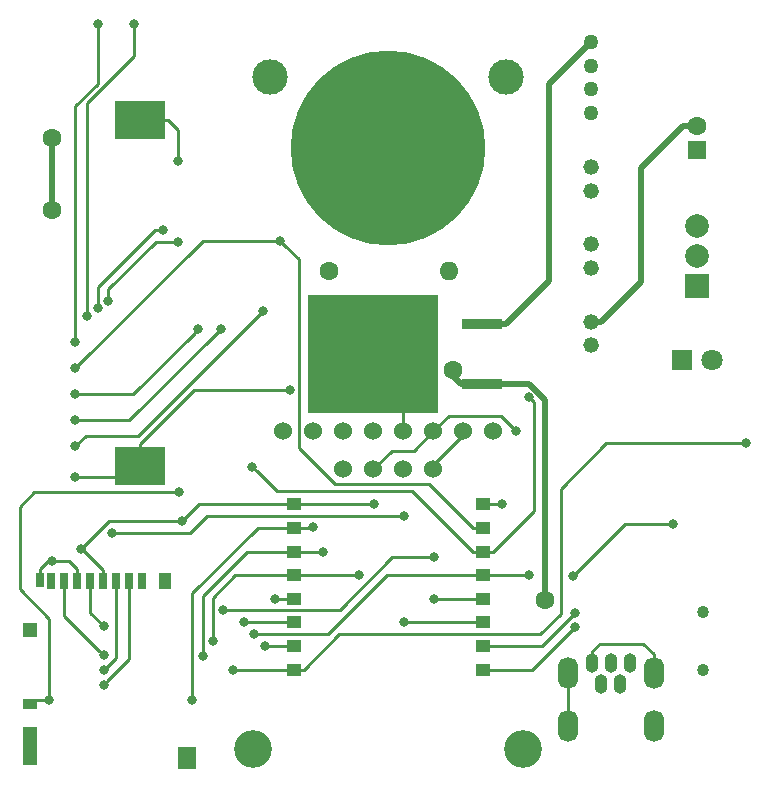
<source format=gbr>
G04 #@! TF.GenerationSoftware,KiCad,Pcbnew,(5.1.5)-3*
G04 #@! TF.CreationDate,2022-04-23T22:50:00-04:00*
G04 #@! TF.ProjectId,SailCam_MK5,5361696c-4361-46d5-9f4d-4b352e6b6963,rev?*
G04 #@! TF.SameCoordinates,Original*
G04 #@! TF.FileFunction,Copper,L2,Bot*
G04 #@! TF.FilePolarity,Positive*
%FSLAX46Y46*%
G04 Gerber Fmt 4.6, Leading zero omitted, Abs format (unit mm)*
G04 Created by KiCad (PCBNEW (5.1.5)-3) date 2022-04-23 22:50:00*
%MOMM*%
%LPD*%
G04 APERTURE LIST*
%ADD10R,4.200000X3.200000*%
%ADD11C,3.200000*%
%ADD12C,1.524000*%
%ADD13O,1.600000X1.600000*%
%ADD14C,1.600000*%
%ADD15C,1.270000*%
%ADD16C,1.320800*%
%ADD17O,1.700000X2.700000*%
%ADD18O,1.100000X1.650000*%
%ADD19R,3.505200X0.939800*%
%ADD20R,11.125200X10.033000*%
%ADD21C,3.000000*%
%ADD22C,16.500000*%
%ADD23R,1.200000X1.000000*%
%ADD24C,2.000000*%
%ADD25R,2.000000X2.000000*%
%ADD26C,1.800000*%
%ADD27R,1.800000X1.800000*%
%ADD28R,1.600000X1.600000*%
%ADD29C,1.030000*%
%ADD30R,1.498600X1.905000*%
%ADD31R,1.193800X3.200400*%
%ADD32R,1.193800X1.193800*%
%ADD33R,0.990600X1.397000*%
%ADD34R,0.711200X1.193800*%
%ADD35R,1.193800X0.812800*%
%ADD36R,0.711200X1.397000*%
%ADD37C,0.800000*%
%ADD38C,0.250000*%
%ADD39C,0.500000*%
G04 APERTURE END LIST*
D10*
X111340000Y-102460000D03*
X111340000Y-73160000D03*
D11*
X143770000Y-126410000D03*
X120910000Y-126410000D03*
D12*
X136150000Y-102710000D03*
X133610000Y-102710000D03*
X131070000Y-102710000D03*
X128530000Y-102710000D03*
D13*
X137500000Y-85960000D03*
D14*
X127340000Y-85960000D03*
D15*
X149490000Y-72559998D03*
X149490000Y-70560000D03*
X149490000Y-68559999D03*
X149490000Y-66560000D03*
D16*
X149490000Y-85710001D03*
X149490000Y-83709999D03*
X149490000Y-92260001D03*
X149490000Y-90259999D03*
X149490000Y-79160001D03*
X149490000Y-77159999D03*
D17*
X147540000Y-120010000D03*
X154840000Y-120010000D03*
X147540000Y-124510000D03*
X154840000Y-124510000D03*
D18*
X150390000Y-120935000D03*
X151990000Y-120935000D03*
X149590000Y-119185000D03*
X152790000Y-119185000D03*
X151190000Y-119185000D03*
D19*
X140311000Y-95500000D03*
D20*
X131040000Y-92960000D03*
D19*
X140311000Y-90420000D03*
D12*
X141230000Y-99510000D03*
X138690000Y-99510000D03*
X136150000Y-99510000D03*
X133610000Y-99510000D03*
X131070000Y-99510000D03*
X128530000Y-99510000D03*
X125990000Y-99510000D03*
X123450000Y-99510000D03*
D21*
X122350000Y-69510000D03*
X142330000Y-69510000D03*
D22*
X132340000Y-75510000D03*
D23*
X140340000Y-119710000D03*
X140340000Y-117710000D03*
X140340000Y-115710000D03*
X140340000Y-113710000D03*
X140340000Y-111710000D03*
X140340000Y-109710000D03*
X140340000Y-107710000D03*
X140340000Y-105710000D03*
X124340000Y-105710000D03*
X124340000Y-107710000D03*
X124340000Y-109710000D03*
X124340000Y-111710000D03*
X124340000Y-113710000D03*
X124340000Y-115710000D03*
X124340000Y-117710000D03*
X124340000Y-119710000D03*
D24*
X158440000Y-82170000D03*
X158440000Y-84710000D03*
D25*
X158440000Y-87250000D03*
D26*
X159780000Y-93510000D03*
D27*
X157240000Y-93510000D03*
D14*
X158440000Y-73710000D03*
D28*
X158440000Y-75710000D03*
D29*
X158990000Y-114820000D03*
X158990000Y-119700000D03*
D30*
X115305044Y-127188722D03*
D31*
X102005000Y-126188600D03*
D32*
X102005000Y-116388599D03*
D33*
X113405000Y-112188600D03*
D34*
X102855000Y-112088600D03*
D35*
X102004999Y-122588599D03*
D36*
X103805001Y-112188600D03*
X104905001Y-112188600D03*
X106004999Y-112188600D03*
X107104999Y-112188600D03*
X108205000Y-112188600D03*
X109305000Y-112188600D03*
X110405000Y-112188600D03*
X111505001Y-112188600D03*
D37*
X141990000Y-105710000D03*
X123990006Y-96060000D03*
X103840000Y-110510000D03*
X105840000Y-103360000D03*
D14*
X103890000Y-80810000D03*
X103890000Y-74710000D03*
D37*
X114540000Y-76610000D03*
X131090000Y-105660000D03*
X143190000Y-99510000D03*
X106340000Y-109460002D03*
X114890000Y-107110000D03*
X147940000Y-111810000D03*
X156440000Y-107410000D03*
X162590000Y-100560000D03*
X119190000Y-119710004D03*
X133640000Y-115660000D03*
X114541000Y-83509000D03*
X108940000Y-108160000D03*
X133640000Y-106710000D03*
X108640000Y-88460000D03*
X136190000Y-113710000D03*
X113271000Y-82479000D03*
X136190000Y-110210000D03*
X118339998Y-114660000D03*
X107740000Y-89110000D03*
X117490000Y-117260000D03*
X129840000Y-111710000D03*
X122790000Y-113710000D03*
X114640000Y-104710000D03*
X103640000Y-122310000D03*
X108240000Y-118510000D03*
X108239990Y-119760000D03*
X108240000Y-120984990D03*
X148140000Y-116110000D03*
X148140000Y-114910000D03*
X120840000Y-102510000D03*
X144238952Y-96661048D03*
X120990000Y-116710000D03*
X144240000Y-111710000D03*
X120139996Y-115710000D03*
X105840000Y-96410000D03*
X121890000Y-117710000D03*
X116261010Y-90859990D03*
X105840000Y-98610000D03*
X118140002Y-90860000D03*
X105840000Y-100810000D03*
X121740000Y-89360000D03*
X107740000Y-65010000D03*
X105840000Y-92010000D03*
X110790000Y-65010000D03*
X106790000Y-89760000D03*
X105840000Y-94210000D03*
X123190006Y-83410000D03*
X108240000Y-116010001D03*
X116640000Y-118555333D03*
X126840000Y-109709998D03*
X125990000Y-107660000D03*
X115740000Y-122310000D03*
D14*
X137790000Y-94310000D03*
X145640000Y-113810000D03*
D38*
X147540000Y-121610000D02*
X147540000Y-124510000D01*
X147540000Y-120010000D02*
X147540000Y-121610000D01*
X147540000Y-120010000D02*
X147540000Y-124510000D01*
X140340000Y-105710000D02*
X141990000Y-105710000D01*
X133610000Y-95530000D02*
X131040000Y-92960000D01*
X133610000Y-99510000D02*
X133610000Y-95530000D01*
X110440000Y-103360000D02*
X105840000Y-103360000D01*
X111340000Y-102460000D02*
X110440000Y-103360000D01*
D39*
X157308630Y-73710000D02*
X158440000Y-73710000D01*
X150390001Y-90259999D02*
X153740000Y-86910000D01*
X149490000Y-90259999D02*
X150390001Y-90259999D01*
X153740000Y-86910000D02*
X153740000Y-77278630D01*
X153740000Y-77278630D02*
X157308630Y-73710000D01*
D38*
X111340000Y-100610000D02*
X111340000Y-102460000D01*
X115890000Y-96060000D02*
X111340000Y-100610000D01*
X123990006Y-96060000D02*
X115890000Y-96060000D01*
D39*
X103890000Y-80810000D02*
X103890000Y-74710000D01*
D38*
X103540000Y-110510000D02*
X103840000Y-110510000D01*
X102855000Y-112088600D02*
X102855000Y-111195000D01*
X102855000Y-111195000D02*
X103540000Y-110510000D01*
X105340000Y-110510000D02*
X103840000Y-110510000D01*
X106004999Y-112188600D02*
X106004999Y-111174999D01*
X106004999Y-111174999D02*
X105340000Y-110510000D01*
X154840000Y-118410000D02*
X154840000Y-120010000D01*
X149590000Y-119460000D02*
X149590000Y-118160000D01*
X153940000Y-117510000D02*
X154840000Y-118410000D01*
X150240000Y-117510000D02*
X153940000Y-117510000D01*
X149590000Y-118160000D02*
X150240000Y-117510000D01*
X113690000Y-73160000D02*
X114540000Y-74010000D01*
X114540000Y-74010000D02*
X114540000Y-76610000D01*
X111340000Y-73160000D02*
X113690000Y-73160000D01*
D39*
X145940000Y-86793600D02*
X142313600Y-90420000D01*
X149490000Y-66560000D02*
X145940000Y-70110000D01*
X142313600Y-90420000D02*
X140311000Y-90420000D01*
X145940000Y-70110000D02*
X145940000Y-86793600D01*
D38*
X134500000Y-101160000D02*
X136150000Y-99510000D01*
X131070000Y-102710000D02*
X132620000Y-101160000D01*
X132620000Y-101160000D02*
X134500000Y-101160000D01*
X124390000Y-105660000D02*
X124340000Y-105710000D01*
X131090000Y-105660000D02*
X124390000Y-105660000D01*
X141890000Y-98210000D02*
X143190000Y-99510000D01*
X136150000Y-99510000D02*
X137450000Y-98210000D01*
X137450000Y-98210000D02*
X141890000Y-98210000D01*
X116290000Y-105710000D02*
X124340000Y-105710000D01*
X114890000Y-107110000D02*
X116290000Y-105710000D01*
X106739999Y-109060003D02*
X106340000Y-109460002D01*
X108205000Y-112188600D02*
X108205000Y-111240100D01*
X108690002Y-107110000D02*
X106739999Y-109060003D01*
X114890000Y-107110000D02*
X108690002Y-107110000D01*
X106424902Y-109460002D02*
X106340000Y-109460002D01*
X108205000Y-111240100D02*
X106424902Y-109460002D01*
X147940000Y-111810000D02*
X152340000Y-107410000D01*
X152340000Y-107410000D02*
X156440000Y-107410000D01*
X124340000Y-119710000D02*
X119190004Y-119710000D01*
X119190004Y-119710000D02*
X119190000Y-119710004D01*
X125190000Y-119710000D02*
X128190000Y-116710000D01*
X146940000Y-104410000D02*
X150790000Y-100560000D01*
X128190000Y-116710000D02*
X145190000Y-116710000D01*
X150790000Y-100560000D02*
X162590000Y-100560000D01*
X124340000Y-119710000D02*
X125190000Y-119710000D01*
X145190000Y-116710000D02*
X146940000Y-114960000D01*
X146940000Y-114960000D02*
X146940000Y-104410000D01*
X140340000Y-115710000D02*
X133690000Y-115710000D01*
X133690000Y-115710000D02*
X133640000Y-115660000D01*
X116990000Y-106710000D02*
X133074315Y-106710000D01*
X108940000Y-108160000D02*
X115540000Y-108160000D01*
X115540000Y-108160000D02*
X116990000Y-106710000D01*
X133074315Y-106710000D02*
X133640000Y-106710000D01*
X108640000Y-87510000D02*
X108640000Y-88460000D01*
X114541000Y-83509000D02*
X112641000Y-83509000D01*
X112641000Y-83509000D02*
X108640000Y-87510000D01*
X138690000Y-99860000D02*
X138690000Y-99510000D01*
X136150000Y-102710000D02*
X136150000Y-102400000D01*
X136150000Y-102400000D02*
X138690000Y-99860000D01*
X140340000Y-113710000D02*
X136190000Y-113710000D01*
X132690000Y-110210000D02*
X128240000Y-114660000D01*
X128240000Y-114660000D02*
X118905683Y-114660000D01*
X118905683Y-114660000D02*
X118339998Y-114660000D01*
X136190000Y-110210000D02*
X132690000Y-110210000D01*
X112547996Y-82479000D02*
X107740000Y-87286996D01*
X113271000Y-82479000D02*
X112547996Y-82479000D01*
X107740000Y-88544315D02*
X107740000Y-89110000D01*
X107740000Y-87286996D02*
X107740000Y-88544315D01*
X119390000Y-111710000D02*
X117490000Y-113610000D01*
X117490000Y-113610000D02*
X117490000Y-116694315D01*
X124340000Y-111710000D02*
X119390000Y-111710000D01*
X117490000Y-116694315D02*
X117490000Y-117260000D01*
X124340000Y-111710000D02*
X129840000Y-111710000D01*
X124340000Y-113710000D02*
X122790000Y-113710000D01*
X114640000Y-104710000D02*
X102340000Y-104710000D01*
X101140000Y-105910000D02*
X101140000Y-112910000D01*
X101140000Y-112910000D02*
X103640000Y-115410000D01*
X103640000Y-121744315D02*
X103640000Y-122310000D01*
X102340000Y-104710000D02*
X101140000Y-105910000D01*
X103640000Y-115410000D02*
X103640000Y-121744315D01*
X102283598Y-122310000D02*
X103640000Y-122310000D01*
X102004999Y-122588599D02*
X102283598Y-122310000D01*
X104905001Y-115175001D02*
X107840001Y-118110001D01*
X104905001Y-112188600D02*
X104905001Y-115175001D01*
X107840001Y-118110001D02*
X108240000Y-118510000D01*
X108639989Y-119360001D02*
X108239990Y-119760000D01*
X109305000Y-118694990D02*
X108639989Y-119360001D01*
X109305000Y-112188600D02*
X109305000Y-118694990D01*
X110405000Y-118819990D02*
X108639999Y-120584991D01*
X110405000Y-112188600D02*
X110405000Y-118819990D01*
X108639999Y-120584991D02*
X108240000Y-120984990D01*
X144540000Y-119710000D02*
X140340000Y-119710000D01*
X148140000Y-116110000D02*
X144540000Y-119710000D01*
X145340000Y-117710000D02*
X140340000Y-117710000D01*
X148140000Y-114910000D02*
X145340000Y-117710000D01*
X134340000Y-104560000D02*
X122890000Y-104560000D01*
X140340000Y-109710000D02*
X139490000Y-109710000D01*
X121239999Y-102909999D02*
X120840000Y-102510000D01*
X139490000Y-109710000D02*
X134340000Y-104560000D01*
X122890000Y-104560000D02*
X121239999Y-102909999D01*
X144638951Y-97061047D02*
X144238952Y-96661048D01*
X140340000Y-109710000D02*
X141190000Y-109710000D01*
X144638951Y-106261049D02*
X144638951Y-97061047D01*
X141190000Y-109710000D02*
X144638951Y-106261049D01*
X132240000Y-111710000D02*
X127240000Y-116710000D01*
X140340000Y-111710000D02*
X132240000Y-111710000D01*
X127240000Y-116710000D02*
X121555685Y-116710000D01*
X121555685Y-116710000D02*
X120990000Y-116710000D01*
X140340000Y-111710000D02*
X144240000Y-111710000D01*
X124340000Y-115710000D02*
X120139996Y-115710000D01*
X124340000Y-117710000D02*
X121890000Y-117710000D01*
X110711000Y-96410000D02*
X115861011Y-91259989D01*
X105840000Y-96410000D02*
X110711000Y-96410000D01*
X115861011Y-91259989D02*
X116261010Y-90859990D01*
X110390002Y-98610000D02*
X117740003Y-91259999D01*
X117740003Y-91259999D02*
X118140002Y-90860000D01*
X105840000Y-98610000D02*
X110390002Y-98610000D01*
X106740000Y-99910000D02*
X111190000Y-99910000D01*
X105840000Y-100810000D02*
X106740000Y-99910000D01*
X111190000Y-99910000D02*
X121340001Y-89759999D01*
X121340001Y-89759999D02*
X121740000Y-89360000D01*
X107740000Y-70110000D02*
X107740000Y-65575685D01*
X105840000Y-92010000D02*
X105840000Y-72010000D01*
X107740000Y-65575685D02*
X107740000Y-65010000D01*
X105840000Y-72010000D02*
X107740000Y-70110000D01*
X110790000Y-67760000D02*
X110790000Y-65010000D01*
X106790000Y-89760000D02*
X106790000Y-71760000D01*
X106790000Y-71760000D02*
X110790000Y-67760000D01*
X140212000Y-107582000D02*
X140340000Y-107710000D01*
X124740000Y-84959994D02*
X123590005Y-83809999D01*
X116640000Y-83410000D02*
X123190006Y-83410000D01*
X139490000Y-107710000D02*
X135790000Y-104010000D01*
X135790000Y-104010000D02*
X127840000Y-104010000D01*
X127840000Y-104010000D02*
X124740000Y-100910000D01*
X123590005Y-83809999D02*
X123190006Y-83410000D01*
X105840000Y-94210000D02*
X116640000Y-83410000D01*
X124740000Y-100910000D02*
X124740000Y-84959994D01*
X140340000Y-107710000D02*
X139490000Y-107710000D01*
X107104999Y-114875000D02*
X108240000Y-116010001D01*
X107104999Y-112188600D02*
X107104999Y-114875000D01*
X120390000Y-109710000D02*
X116640000Y-113460000D01*
X124340000Y-109710000D02*
X120390000Y-109710000D01*
X116640000Y-113460000D02*
X116640000Y-117989648D01*
X116640000Y-117989648D02*
X116640000Y-118555333D01*
X124340000Y-109710000D02*
X126839998Y-109710000D01*
X126839998Y-109710000D02*
X126840000Y-109709998D01*
X124340000Y-107710000D02*
X125940000Y-107710000D01*
X125940000Y-107710000D02*
X125990000Y-107660000D01*
X124340000Y-107710000D02*
X121290000Y-107710000D01*
X115740000Y-113260000D02*
X115740000Y-121744315D01*
X121290000Y-107710000D02*
X115740000Y-113260000D01*
X115740000Y-121744315D02*
X115740000Y-122310000D01*
D39*
X138480000Y-95500000D02*
X137790000Y-94810000D01*
X140311000Y-95500000D02*
X138480000Y-95500000D01*
X137790000Y-94810000D02*
X137790000Y-94310000D01*
X145640000Y-96860000D02*
X145640000Y-112678630D01*
X140311000Y-95500000D02*
X144280000Y-95500000D01*
X144280000Y-95500000D02*
X145640000Y-96860000D01*
X145640000Y-112678630D02*
X145640000Y-113810000D01*
M02*

</source>
